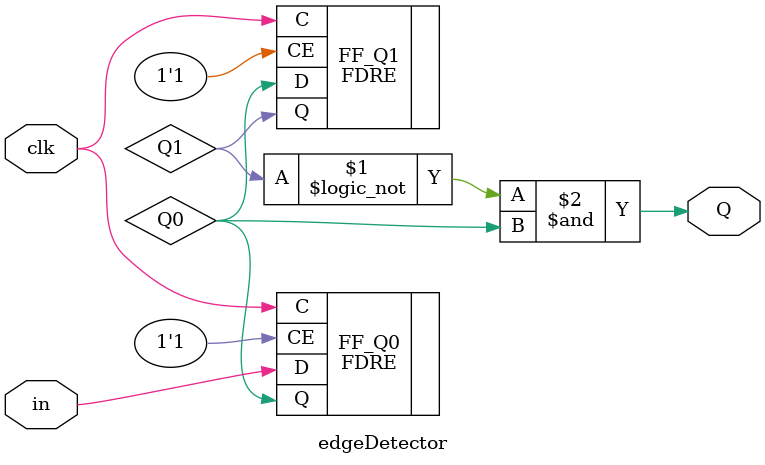
<source format=v>
`timescale 1ns / 1ps


module edgeDetector(
    input clk,
    input in,
    output Q
    );
    wire Q0, Q1;
    FDRE #(.INIT(1'b0) ) FF_Q0 (.C(clk), .CE(1'b1), .D(in), .Q(Q0));
    FDRE #(.INIT(1'b0) ) FF_Q1 (.C(clk), .CE(1'b1), .D(Q0), .Q(Q1));
    assign Q = !Q1 & Q0;
endmodule

</source>
